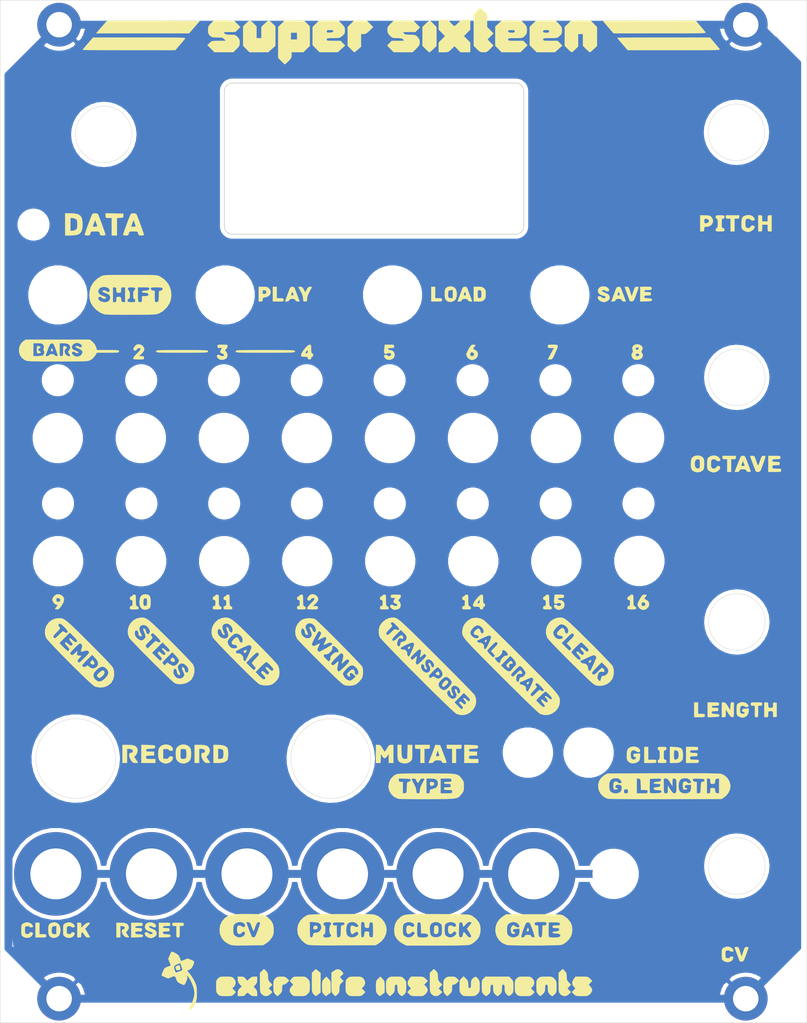
<source format=kicad_pcb>
(kicad_pcb (version 20171130) (host pcbnew "(5.1.2)-1")
  (layers (0 F.Cu signal) (31 B.Cu signal hide) (34 B.Paste user) (35 F.Paste user) (36 B.SilkS user) (37 F.SilkS user) (38 B.Mask user hide) (39 F.Mask user hide) (44 Edge.Cuts user))
  (net 0 "")
  (net 1 GND)
  (module "Panel parts:front_panel_labels_bw" (layer F.Cu) (at 62.23 75.946)
    (fp_text reference G*** hide)
    (fp_text value LOGO hide)
  )
  (module Mounting_Holes:MountingHole_3mm (layer F.Cu) (at 16.182 40.202)
    (fp_text reference REF** hide)
    (fp_text value MountingHole_3mm)
    (pad 1 np_thru_hole circle (at 0 0) (size 3 3) (drill 3) (layers *.Cu *.Mask))
  )
  (module Mounting_Holes:MountingHole_5.3mm_M5 (layer F.Cu) (at 78.27 106.56)
    (fp_text reference REF** hide)
    (fp_text value MountingHole_5.3mm_M5)
    (pad 1 np_thru_hole circle (at 0 0) (size 5.3 5.3) (drill 5.3) (layers *.Cu *.Mask))
  )
  (module Mounting_Holes:MountingHole_5.3mm_M5 (layer F.Cu) (at 85.89 106.56)
    (fp_text reference REF** hide)
    (fp_text value MountingHole_5.3mm_M5)
    (pad 1 np_thru_hole circle (at 0 0) (size 5.3 5.3) (drill 5.3) (layers *.Cu *.Mask))
  )
  (module Mounting_Holes:MountingHole_3.2mm_M3_ISO14580_Pad (layer F.Cu) (at 19.4 15.08)
    (fp_text reference H4 hide)
    (fp_text value MountingHole_Pad)
    (pad 1 thru_hole circle (at 0 0) (size 5.5 5.5) (drill 3.2) (layers *.Cu *.Mask) (net 1 GND))
  )
  (module Mounting_Holes:MountingHole_3.2mm_M3_ISO14580_Pad (layer F.Cu) (at 105.63 15.08)
    (fp_text reference H3 hide)
    (fp_text value MountingHole_Pad)
    (pad 1 thru_hole circle (at 0 0) (size 5.5 5.5) (drill 3.2) (layers *.Cu *.Mask) (net 1 GND))
  )
  (module Mounting_Holes:MountingHole_3.2mm_M3_ISO14580_Pad (layer F.Cu) (at 19.4 137.48)
    (fp_text reference H2 hide)
    (fp_text value MountingHole_Pad)
    (pad 1 thru_hole circle (at 0 0) (size 5.5 5.5) (drill 3.2) (layers *.Cu *.Mask) (net 1 GND))
  )
  (module Mounting_Holes:MountingHole_3.2mm_M3_ISO14580_Pad (layer F.Cu) (at 105.63 137.48)
    (fp_text reference H1 hide)
    (fp_text value MountingHole_Pad)
    (pad 1 thru_hole circle (at 0 0) (size 5.5 5.5) (drill 3.2) (layers *.Cu *.Mask) (net 1 GND))
  )
  (module Mounting_Holes:MountingHole_6.4mm_M6_DIN965 (layer F.Cu) (at 82.29 49.04)
    (fp_text reference REF** hide)
    (fp_text value MountingHole_6.4mm_M6_DIN965)
    (pad "" np_thru_hole circle (at 0 0) (size 6.4 6.4) (drill 6.4) (layers *.Cu *.Mask))
  )
  (module Mounting_Holes:MountingHole_6.4mm_M6_DIN965 (layer F.Cu) (at 61.273332 49.04)
    (fp_text reference REF** hide)
    (fp_text value MountingHole_6.4mm_M6_DIN965)
    (pad 1 np_thru_hole circle (at 0 0) (size 6.4 6.4) (drill 6.4) (layers *.Cu *.Mask))
  )
  (module Mounting_Holes:MountingHole_6.4mm_M6_DIN965 (layer F.Cu) (at 40.256666 49.04)
    (fp_text reference REF** hide)
    (fp_text value MountingHole_6.4mm_M6_DIN965)
    (pad 1 np_thru_hole circle (at 0 0) (size 6.4 6.4) (drill 6.4) (layers *.Cu *.Mask))
  )
  (module Mounting_Holes:MountingHole_6.4mm_M6_DIN965 (layer F.Cu) (at 19.24 49.04)
    (fp_text reference REF** hide)
    (fp_text value MountingHole_6.4mm_M6_DIN965)
    (pad 1 np_thru_hole circle (at 0 0) (size 6.4 6.4) (drill 6.4) (layers *.Cu *.Mask))
  )
  (module Mounting_Holes:MountingHole_6.4mm_M6_ISO7380_Pad (layer F.Cu) (at 78.99 121.8)
    (fp_text reference REF** hide)
    (fp_text value MountingHole_6.4mm_M6_ISO7380_Pad)
    (pad 1 thru_hole circle (at 0 0) (size 10.5 10.5) (drill 6.4) (layers *.Cu *.Mask))
  )
  (module Mounting_Holes:MountingHole_6.4mm_M6_ISO7380_Pad (layer F.Cu) (at 66.99 121.8)
    (fp_text reference REF** hide)
    (fp_text value MountingHole_6.4mm_M6_ISO7380_Pad)
    (pad 1 thru_hole circle (at 0 0) (size 10.5 10.5) (drill 6.4) (layers *.Cu *.Mask))
  )
  (module Mounting_Holes:MountingHole_6.4mm_M6_ISO7380_Pad (layer F.Cu) (at 54.99 121.8)
    (fp_text reference REF** hide)
    (fp_text value MountingHole_6.4mm_M6_ISO7380_Pad)
    (pad 1 thru_hole circle (at 0 0) (size 10.5 10.5) (drill 6.4) (layers *.Cu *.Mask))
  )
  (module Mounting_Holes:MountingHole_6.4mm_M6_ISO7380_Pad (layer F.Cu) (at 42.99 121.8)
    (fp_text reference REF** hide)
    (fp_text value MountingHole_6.4mm_M6_ISO7380_Pad)
    (pad 1 thru_hole circle (at 0 0) (size 10.5 10.5) (drill 6.4) (layers *.Cu *.Mask))
  )
  (module Mounting_Holes:MountingHole_6.4mm_M6_ISO7380_Pad (layer F.Cu) (at 30.99 121.8)
    (fp_text reference REF** hide)
    (fp_text value MountingHole_6.4mm_M6_ISO7380_Pad)
    (pad 1 thru_hole circle (at 0 0) (size 10.5 10.5) (drill 6.4) (layers *.Cu *.Mask))
  )
  (module Mounting_Holes:MountingHole_6.4mm_M6_ISO7380_Pad (layer F.Cu) (at 18.99 121.8)
    (fp_text reference REF** hide)
    (fp_text value MountingHole_6.4mm_M6_ISO7380_Pad)
    (pad 1 thru_hole circle (at 0 0) (size 10.5 10.5) (drill 6.4) (layers *.Cu *.Mask))
  )
  (module Mounting_Holes:MountingHole_5.3mm_M5 (layer F.Cu) (at 89.029997 121.8)
    (fp_text reference REF** hide)
    (fp_text value MountingHole_5.3mm_M5)
    (pad 1 np_thru_hole circle (at 0 0) (size 5.3 5.3) (drill 5.3) (layers *.Cu *.Mask))
  )
  (module Mounting_Holes:MountingHole_5.3mm_M5 (layer F.Cu) (at 50.555713 82.5)
    (fp_text reference REF** hide)
    (fp_text value MountingHole_5.3mm_M5)
    (pad 1 np_thru_hole circle (at 0 0) (size 5.3 5.3) (drill 5.3) (layers *.Cu *.Mask))
  )
  (module Mounting_Holes:MountingHole_5.3mm_M5 (layer F.Cu) (at 19.27 82.5)
    (fp_text reference REF** hide)
    (fp_text value MountingHole_5.3mm_M5)
    (pad 1 np_thru_hole circle (at 0 0) (size 5.3 5.3) (drill 5.3) (layers *.Cu *.Mask))
  )
  (module Mounting_Holes:MountingHole_5.3mm_M5 (layer F.Cu) (at 60.984284 82.5)
    (fp_text reference REF** hide)
    (fp_text value MountingHole_5.3mm_M5)
    (pad 1 np_thru_hole circle (at 0 0) (size 5.3 5.3) (drill 5.3) (layers *.Cu *.Mask))
  )
  (module Mounting_Holes:MountingHole_5.3mm_M5 (layer F.Cu) (at 71.412855 82.5)
    (fp_text reference REF** hide)
    (fp_text value MountingHole_5.3mm_M5)
    (pad 1 np_thru_hole circle (at 0 0) (size 5.3 5.3) (drill 5.3) (layers *.Cu *.Mask))
  )
  (module Mounting_Holes:MountingHole_5.3mm_M5 (layer F.Cu) (at 29.698571 82.5)
    (fp_text reference REF** hide)
    (fp_text value MountingHole_5.3mm_M5)
    (pad 1 np_thru_hole circle (at 0 0) (size 5.3 5.3) (drill 5.3) (layers *.Cu *.Mask))
  )
  (module Mounting_Holes:MountingHole_5.3mm_M5 (layer F.Cu) (at 81.841426 82.5)
    (fp_text reference REF** hide)
    (fp_text value MountingHole_5.3mm_M5)
    (pad 1 np_thru_hole circle (at 0 0) (size 5.3 5.3) (drill 5.3) (layers *.Cu *.Mask))
  )
  (module Mounting_Holes:MountingHole_5.3mm_M5 (layer F.Cu) (at 40.127142 82.5)
    (fp_text reference REF** hide)
    (fp_text value MountingHole_5.3mm_M5)
    (pad 1 np_thru_hole circle (at 0 0) (size 5.3 5.3) (drill 5.3) (layers *.Cu *.Mask))
  )
  (module Mounting_Holes:MountingHole_5.3mm_M5 (layer F.Cu) (at 92.269997 82.47)
    (fp_text reference REF** hide)
    (fp_text value MountingHole_5.3mm_M5)
    (pad 1 np_thru_hole circle (at 0 0) (size 5.3 5.3) (drill 5.3) (layers *.Cu *.Mask))
  )
  (module Mounting_Holes:MountingHole_3mm (layer F.Cu) (at 60.93 75.25)
    (fp_text reference REF** hide)
    (fp_text value MountingHole_3mm)
    (pad 1 np_thru_hole circle (at 0 0) (size 3 3) (drill 3) (layers *.Cu *.Mask))
  )
  (module Mounting_Holes:MountingHole_5.3mm_M5 (layer F.Cu) (at 92.229997 66.99)
    (fp_text reference REF** hide)
    (fp_text value MountingHole_5.3mm_M5)
    (pad 1 np_thru_hole circle (at 0 0) (size 5.3 5.3) (drill 5.3) (layers *.Cu *.Mask))
  )
  (module Mounting_Holes:MountingHole_5.3mm_M5 (layer F.Cu) (at 81.801426 67.02)
    (fp_text reference REF** hide)
    (fp_text value MountingHole_5.3mm_M5)
    (pad 1 np_thru_hole circle (at 0 0) (size 5.3 5.3) (drill 5.3) (layers *.Cu *.Mask))
  )
  (module Mounting_Holes:MountingHole_5.3mm_M5 (layer F.Cu) (at 71.372855 67.02)
    (fp_text reference REF** hide)
    (fp_text value MountingHole_5.3mm_M5)
    (pad 1 np_thru_hole circle (at 0 0) (size 5.3 5.3) (drill 5.3) (layers *.Cu *.Mask))
  )
  (module Mounting_Holes:MountingHole_5.3mm_M5 (layer F.Cu) (at 60.944284 67.02)
    (fp_text reference REF** hide)
    (fp_text value MountingHole_5.3mm_M5)
    (pad 1 np_thru_hole circle (at 0 0) (size 5.3 5.3) (drill 5.3) (layers *.Cu *.Mask))
  )
  (module Mounting_Holes:MountingHole_5.3mm_M5 (layer F.Cu) (at 50.515713 67.02)
    (fp_text reference REF** hide)
    (fp_text value MountingHole_5.3mm_M5)
    (pad 1 np_thru_hole circle (at 0 0) (size 5.3 5.3) (drill 5.3) (layers *.Cu *.Mask))
  )
  (module Mounting_Holes:MountingHole_5.3mm_M5 (layer F.Cu) (at 40.087142 67.02)
    (fp_text reference REF** hide)
    (fp_text value MountingHole_5.3mm_M5)
    (pad 1 np_thru_hole circle (at 0 0) (size 5.3 5.3) (drill 5.3) (layers *.Cu *.Mask))
  )
  (module Mounting_Holes:MountingHole_5.3mm_M5 (layer F.Cu) (at 29.658571 67.02)
    (fp_text reference REF** hide)
    (fp_text value MountingHole_5.3mm_M5)
    (pad 1 np_thru_hole circle (at 0 0) (size 5.3 5.3) (drill 5.3) (layers *.Cu *.Mask))
  )
  (module Mounting_Holes:MountingHole_5.3mm_M5 (layer F.Cu) (at 19.23 67.02)
    (fp_text reference REF** hide)
    (fp_text value MountingHole_5.3mm_M5)
    (pad 1 np_thru_hole circle (at 0 0) (size 5.3 5.3) (drill 5.3) (layers *.Cu *.Mask))
  )
  (module Mounting_Holes:MountingHole_3mm (layer F.Cu) (at 71.35 75.25)
    (fp_text reference REF** hide)
    (fp_text value MountingHole_3mm)
    (pad 1 np_thru_hole circle (at 0 0) (size 3 3) (drill 3) (layers *.Cu *.Mask))
  )
  (module Mounting_Holes:MountingHole_3mm (layer F.Cu) (at 81.76 75.25)
    (fp_text reference REF** hide)
    (fp_text value MountingHole_3mm)
    (pad 1 np_thru_hole circle (at 0 0) (size 3 3) (drill 3) (layers *.Cu *.Mask))
  )
  (module Mounting_Holes:MountingHole_3mm (layer F.Cu) (at 19.26 75.25)
    (fp_text reference REF** hide)
    (fp_text value MountingHole_3mm)
    (pad 1 np_thru_hole circle (at 0 0) (size 3 3) (drill 3) (layers *.Cu *.Mask))
  )
  (module Mounting_Holes:MountingHole_3mm (layer F.Cu) (at 92.16 75.25)
    (fp_text reference REF** hide)
    (fp_text value MountingHole_3mm)
    (pad 1 np_thru_hole circle (at 0 0) (size 3 3) (drill 3) (layers *.Cu *.Mask))
  )
  (module Mounting_Holes:MountingHole_3mm (layer F.Cu) (at 40.13 75.25)
    (fp_text reference REF** hide)
    (fp_text value MountingHole_3mm)
    (pad 1 np_thru_hole circle (at 0 0) (size 3 3) (drill 3) (layers *.Cu *.Mask))
  )
  (module Mounting_Holes:MountingHole_3mm (layer F.Cu) (at 29.74 75.25)
    (fp_text reference REF** hide)
    (fp_text value MountingHole_3mm)
    (pad 1 np_thru_hole circle (at 0 0) (size 3 3) (drill 3) (layers *.Cu *.Mask))
  )
  (module Mounting_Holes:MountingHole_3mm (layer F.Cu) (at 50.52 75.25)
    (fp_text reference REF** hide)
    (fp_text value MountingHole_3mm)
    (pad 1 np_thru_hole circle (at 0 0) (size 3 3) (drill 3) (layers *.Cu *.Mask))
  )
  (module Mounting_Holes:MountingHole_3mm (layer F.Cu) (at 29.71 59.76)
    (fp_text reference REF** hide)
    (fp_text value MountingHole_3mm)
    (pad 1 np_thru_hole circle (at 0 0) (size 3 3) (drill 3) (layers *.Cu *.Mask))
  )
  (module Mounting_Holes:MountingHole_3mm (layer F.Cu) (at 40.1 59.76)
    (fp_text reference REF** hide)
    (fp_text value MountingHole_3mm)
    (pad 1 np_thru_hole circle (at 0 0) (size 3 3) (drill 3) (layers *.Cu *.Mask))
  )
  (module Mounting_Holes:MountingHole_3mm (layer F.Cu) (at 50.49 59.76)
    (fp_text reference REF** hide)
    (fp_text value MountingHole_3mm)
    (pad 1 np_thru_hole circle (at 0 0) (size 3 3) (drill 3) (layers *.Cu *.Mask))
  )
  (module Mounting_Holes:MountingHole_3mm (layer F.Cu) (at 60.9 59.76)
    (fp_text reference REF** hide)
    (fp_text value MountingHole_3mm)
    (pad 1 np_thru_hole circle (at 0 0) (size 3 3) (drill 3) (layers *.Cu *.Mask))
  )
  (module Mounting_Holes:MountingHole_3mm (layer F.Cu) (at 71.32 59.76)
    (fp_text reference REF** hide)
    (fp_text value MountingHole_3mm)
    (pad 1 np_thru_hole circle (at 0 0) (size 3 3) (drill 3) (layers *.Cu *.Mask))
  )
  (module Mounting_Holes:MountingHole_3mm (layer F.Cu) (at 81.73 59.76)
    (fp_text reference REF** hide)
    (fp_text value MountingHole_3mm)
    (pad 1 np_thru_hole circle (at 0 0) (size 3 3) (drill 3) (layers *.Cu *.Mask))
  )
  (module Mounting_Holes:MountingHole_3mm (layer F.Cu) (at 19.23 59.76)
    (fp_text reference REF** hide)
    (fp_text value MountingHole_3mm)
    (pad 1 np_thru_hole circle (at 0 0) (size 3 3) (drill 3) (layers *.Cu *.Mask))
  )
  (module Mounting_Holes:MountingHole_3mm (layer F.Cu) (at 92.13 59.76)
    (fp_text reference REF** hide)
    (fp_text value MountingHole_3mm)
    (pad 1 np_thru_hole circle (at 0 0) (size 3 3) (drill 3) (layers *.Cu *.Mask))
  )
  (gr_circle (center 25.012403 28.87) (end 28.382403 30.01) (layer Edge.Cuts) (width 0.05))
  (gr_circle (center 104.502403 120.82) (end 107.872403 121.96) (layer Edge.Cuts) (width 0.05))
  (gr_circle (center 104.512403 90.14) (end 107.882403 91.28) (layer Edge.Cuts) (width 0.05))
  (gr_circle (center 104.502403 59.4) (end 107.872403 60.54) (layer Edge.Cuts) (width 0.05))
  (gr_circle (center 104.462403 28.61) (end 107.832403 29.75) (layer Edge.Cuts) (width 0.05))
  (gr_circle (center 21.481508 107.31) (end 24.611508 111.22) (layer Edge.Cuts) (width 0.05))
  (gr_circle (center 53.511508 107.32) (end 56.641508 111.23) (layer Edge.Cuts) (width 0.05))
  (gr_curve (pts (xy 76.755322 22.410956) (xy 77.020103 22.410956) (xy 77.27404 22.516141) (xy 77.461269 22.703369)) (layer Edge.Cuts) (width 0.1))
  (gr_line (start 41.153004 22.410956) (end 41.153004 22.410956) (layer Edge.Cuts) (width 0.1))
  (gr_line (start 40.154643 40.413198) (end 40.154643 23.409317) (layer Edge.Cuts) (width 0.1))
  (gr_curve (pts (xy 77.461269 22.703369) (xy 77.648498 22.890598) (xy 77.753681 23.144535) (xy 77.753681 23.409317)) (layer Edge.Cuts) (width 0.1))
  (gr_line (start 41.153004 22.410956) (end 76.755322 22.410956) (layer Edge.Cuts) (width 0.1))
  (gr_curve (pts (xy 77.753681 40.413198) (xy 77.753681 40.67798) (xy 77.648498 40.931917) (xy 77.461269 41.119146)) (layer Edge.Cuts) (width 0.1))
  (gr_curve (pts (xy 41.153004 41.411559) (xy 40.888222 41.411559) (xy 40.634285 41.306375) (xy 40.447055 41.119146)) (layer Edge.Cuts) (width 0.1))
  (gr_line (start 77.753681 23.409317) (end 77.753681 40.413198) (layer Edge.Cuts) (width 0.1))
  (gr_curve (pts (xy 40.154643 23.409317) (xy 40.154643 23.144535) (xy 40.259828 22.890598) (xy 40.447055 22.703369)) (layer Edge.Cuts) (width 0.1))
  (gr_line (start 76.755322 41.411559) (end 41.153004 41.411559) (layer Edge.Cuts) (width 0.1))
  (gr_curve (pts (xy 40.447055 41.119146) (xy 40.259828 40.931917) (xy 40.154643 40.67798) (xy 40.154643 40.413198)) (layer Edge.Cuts) (width 0.1))
  (gr_curve (pts (xy 77.461269 41.119146) (xy 77.27404 41.306375) (xy 77.020103 41.411559) (xy 76.755322 41.411559)) (layer Edge.Cuts) (width 0.1))
  (gr_curve (pts (xy 40.447055 22.703369) (xy 40.634285 22.516141) (xy 40.888222 22.410956) (xy 41.153004 22.410956)) (layer Edge.Cuts) (width 0.1))
  (gr_line (start 113.3 12) (end 12 12) (layer Edge.Cuts) (width 0.05))
  (gr_line (start 113.3 140.5) (end 113.3 12) (layer Edge.Cuts) (width 0.05))
  (gr_line (start 12 140.5) (end 113.3 140.5) (layer Edge.Cuts) (width 0.05))
  (gr_line (start 12 12) (end 12 140.5) (layer Edge.Cuts) (width 0.05))
  (segment (start 87.029997 121.8) (end 18.99 121.8) (width 1) (layer B.Cu) (net 0))
  (segment (start 101.740913 137.48) (end 19.4 137.48) (width 1) (layer B.Cu) (net 1))
  (segment (start 105.63 137.48) (end 101.740913 137.48) (width 1) (layer B.Cu) (net 1))
  (segment (start 101.740913 15.08) (end 19.4 15.08) (width 1) (layer B.Cu) (net 1))
  (segment (start 105.63 15.08) (end 101.740913 15.08) (width 1) (layer B.Cu) (net 1))
  (segment (start 13.039999 131.119999) (end 19.4 137.48) (width 1) (layer B.Cu) (net 1))
  (segment (start 19.4 15.08) (end 13.039999 21.440001) (width 1) (layer B.Cu) (net 1))
  (segment (start 13.039999 21.440001) (end 13.039999 131.119999) (width 1) (layer B.Cu) (net 1))
  (segment (start 106.53 15.08) (end 108.08 16.63) (width 1) (layer B.Cu) (net 1))
  (segment (start 105.63 15.08) (end 106.53 15.08) (width 1) (layer B.Cu) (net 1))
  (segment (start 107.17 15.08) (end 105.63 15.08) (width 1) (layer B.Cu) (net 1))
  (segment (start 109.1 17.01) (end 107.17 15.08) (width 1) (layer B.Cu) (net 1))
  (segment (start 109.17 17.01) (end 109.1 17.01) (width 1) (layer B.Cu) (net 1))
  (segment (start 112.088869 19.928869) (end 109.17 17.01) (width 1) (layer B.Cu) (net 1))
  (segment (start 105.63 137.48) (end 112.088869 131.021131) (width 1) (layer B.Cu) (net 1))
  (segment (start 112.088869 131.021131) (end 112.088869 19.928869) (width 1) (layer B.Cu) (net 1))
  (zone (net 1) (net_name GND) (layer B.Cu) (connect_pads (clearance 0.508)) (min_thickness 0.254) (fill yes (arc_segments 32) (thermal_gap 0.508) (thermal_bridge_width 0.508))
    (polygon (pts (xy 20.81 15.18) (xy 18.34 15.69) (xy 13.04 21.5) (xy 13.16 127.21) (xy 13.72 131.36) (xy 19.72 137.76) (xy 105.87 137.67) (xy 112.33 130.61) (xy 112.17 19.83) (xy 105.71 14.63) (xy 20.79 15.25) (xy 20.8 15.17) (xy 20.82 15.18)))
  )
)
</source>
